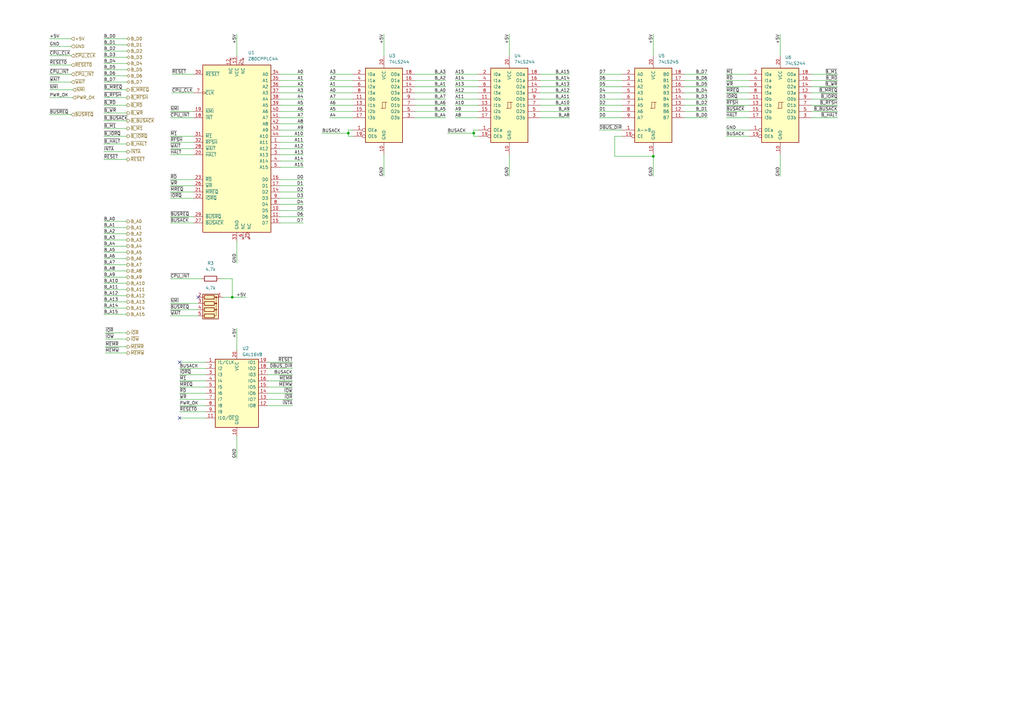
<source format=kicad_sch>
(kicad_sch (version 20230121) (generator eeschema)
  (paper "A3")
  (title_block (title "SZC-1 board with Expansion Bus C V2") (date "2024-03-15") (rev "2.1"))
  (lib_symbols
    (symbol "74xx:74LS244" (pin_names (offset 1.016))
      (property "Reference" "U" (at -7.62 16.51 0))
      (property "Value" "74LS244" (at -7.62 -16.51 0))
      (symbol "74LS244_1_0"
        (polyline (pts (xy -0.635 -1.27) (xy -0.635 1.27) (xy 0.635 1.27)))
        (polyline (pts (xy -1.27 -1.27) (xy 0.635 -1.27) (xy 0.635 1.27) (xy 1.27 1.27)))
        (pin input inverted (at -12.7 -10.16 0) (length 5.08) (name "OEa") (number "1"))
        (pin power_in line (at 0 -20.32 90) (length 5.08) (name "GND") (number "10"))
        (pin input line (at -12.7 2.54 0) (length 5.08) (name "I0b") (number "11"))
        (pin tri_state line (at 12.7 5.08 180) (length 5.08) (name "O3a") (number "12"))
        (pin input line (at -12.7 0 0) (length 5.08) (name "I1b") (number "13"))
        (pin tri_state line (at 12.7 7.62 180) (length 5.08) (name "O2a") (number "14"))
        (pin input line (at -12.7 -2.54 0) (length 5.08) (name "I2b") (number "15"))
        (pin tri_state line (at 12.7 10.16 180) (length 5.08) (name "O1a") (number "16"))
        (pin input line (at -12.7 -5.08 0) (length 5.08) (name "I3b") (number "17"))
        (pin tri_state line (at 12.7 12.7 180) (length 5.08) (name "O0a") (number "18"))
        (pin input inverted (at -12.7 -12.7 0) (length 5.08) (name "OEb") (number "19"))
        (pin input line (at -12.7 12.7 0) (length 5.08) (name "I0a") (number "2"))
        (pin power_in line (at 0 20.32 270) (length 5.08) (name "VCC") (number "20"))
        (pin tri_state line (at 12.7 -5.08 180) (length 5.08) (name "O3b") (number "3"))
        (pin input line (at -12.7 10.16 0) (length 5.08) (name "I1a") (number "4"))
        (pin tri_state line (at 12.7 -2.54 180) (length 5.08) (name "O2b") (number "5"))
        (pin input line (at -12.7 7.62 0) (length 5.08) (name "I2a") (number "6"))
        (pin tri_state line (at 12.7 0 180) (length 5.08) (name "O1b") (number "7"))
        (pin input line (at -12.7 5.08 0) (length 5.08) (name "I3a") (number "8"))
        (pin tri_state line (at 12.7 2.54 180) (length 5.08) (name "O0b") (number "9"))
      )
      (symbol "74LS244_1_1"
        (rectangle (start -7.62 15.24) (end 7.62 -15.24) (stroke (width 0.254)) (fill (type background)))
      )
    )
    (symbol "74xx:74LS245" (pin_names (offset 1.016))
      (property "Reference" "U" (at -7.62 16.51 0))
      (property "Value" "74LS245" (at -7.62 -16.51 0))
      (symbol "74LS245_1_0"
        (polyline (pts (xy -0.635 -1.27) (xy -0.635 1.27) (xy 0.635 1.27)))
        (polyline (pts (xy -1.27 -1.27) (xy 0.635 -1.27) (xy 0.635 1.27) (xy 1.27 1.27)))
        (pin input line (at -12.7 -10.16 0) (length 5.08) (name "A->B") (number "1"))
        (pin power_in line (at 0 -20.32 90) (length 5.08) (name "GND") (number "10"))
        (pin tri_state line (at 12.7 -5.08 180) (length 5.08) (name "B7") (number "11"))
        (pin tri_state line (at 12.7 -2.54 180) (length 5.08) (name "B6") (number "12"))
        (pin tri_state line (at 12.7 0 180) (length 5.08) (name "B5") (number "13"))
        (pin tri_state line (at 12.7 2.54 180) (length 5.08) (name "B4") (number "14"))
        (pin tri_state line (at 12.7 5.08 180) (length 5.08) (name "B3") (number "15"))
        (pin tri_state line (at 12.7 7.62 180) (length 5.08) (name "B2") (number "16"))
        (pin tri_state line (at 12.7 10.16 180) (length 5.08) (name "B1") (number "17"))
        (pin tri_state line (at 12.7 12.7 180) (length 5.08) (name "B0") (number "18"))
        (pin input inverted (at -12.7 -12.7 0) (length 5.08) (name "CE") (number "19"))
        (pin tri_state line (at -12.7 12.7 0) (length 5.08) (name "A0") (number "2"))
        (pin power_in line (at 0 20.32 270) (length 5.08) (name "VCC") (number "20"))
        (pin tri_state line (at -12.7 10.16 0) (length 5.08) (name "A1") (number "3"))
        (pin tri_state line (at -12.7 7.62 0) (length 5.08) (name "A2") (number "4"))
        (pin tri_state line (at -12.7 5.08 0) (length 5.08) (name "A3") (number "5"))
        (pin tri_state line (at -12.7 2.54 0) (length 5.08) (name "A4") (number "6"))
        (pin tri_state line (at -12.7 0 0) (length 5.08) (name "A5") (number "7"))
        (pin tri_state line (at -12.7 -2.54 0) (length 5.08) (name "A6") (number "8"))
        (pin tri_state line (at -12.7 -5.08 0) (length 5.08) (name "A7") (number "9"))
      )
      (symbol "74LS245_1_1"
        (rectangle (start -7.62 15.24) (end 7.62 -15.24) (stroke (width 0.254)) (fill (type background)))
      )
    )
    (symbol "Device:R" (pin_numbers hide) (pin_names (offset 0))
      (property "Reference" "R" (at 2.032 0 90))
      (property "Value" "R" (at 0 0 90))
      (symbol "R_0_1"
        (rectangle (start -1.016 -2.54) (end 1.016 2.54) (stroke (width 0.254)))
      )
      (symbol "R_1_1"
        (pin passive line (at 0 3.81 270) (length 1.27) (name "~") (number "1"))
        (pin passive line (at 0 -3.81 90) (length 1.27) (name "~") (number "2"))
      )
    )
    (symbol "Device:R_Network04" (pin_names (offset 0) hide)
      (property "Reference" "RN" (at -7.62 0 90))
      (property "Value" "R_Network04" (at 5.08 0 90))
      (symbol "R_Network04_0_1"
        (rectangle (start -6.35 -3.175) (end 3.81 3.175) (stroke (width 0.254)) (fill (type background)))
        (rectangle (start -5.842 1.524) (end -4.318 -2.54) (stroke (width 0.254)))
        (circle (center -5.08 2.286) (radius 0.254) (fill (type outline)))
        (rectangle (start -3.302 1.524) (end -1.778 -2.54) (stroke (width 0.254)))
        (circle (center -2.54 2.286) (radius 0.254) (fill (type outline)))
        (rectangle (start -0.762 1.524) (end 0.762 -2.54) (stroke (width 0.254)))
        (polyline (pts (xy -5.08 -2.54) (xy -5.08 -3.81)))
        (polyline (pts (xy -2.54 -2.54) (xy -2.54 -3.81)))
        (polyline (pts (xy 0 -2.54) (xy 0 -3.81)))
        (polyline (pts (xy 2.54 -2.54) (xy 2.54 -3.81)))
        (polyline (pts (xy -5.08 1.524) (xy -5.08 2.286) (xy -2.54 2.286) (xy -2.54 1.524)))
        (polyline (pts (xy -2.54 1.524) (xy -2.54 2.286) (xy 0 2.286) (xy 0 1.524)))
        (polyline (pts (xy 0 1.524) (xy 0 2.286) (xy 2.54 2.286) (xy 2.54 1.524)))
        (circle (center 0 2.286) (radius 0.254) (fill (type outline)))
        (rectangle (start 1.778 1.524) (end 3.302 -2.54) (stroke (width 0.254)))
      )
      (symbol "R_Network04_1_1"
        (pin passive line (at -5.08 5.08 270) (length 2.54) (name "common") (number "1"))
        (pin passive line (at -5.08 -5.08 90) (length 1.27) (name "R1") (number "2"))
        (pin passive line (at -2.54 -5.08 90) (length 1.27) (name "R2") (number "3"))
        (pin passive line (at 0 -5.08 90) (length 1.27) (name "R3") (number "4"))
        (pin passive line (at 2.54 -5.08 90) (length 1.27) (name "R4") (number "5"))
      )
    )
    (symbol "Logic_Programmable:GAL16V8" (pin_names (offset 1.016))
      (property "Reference" "U" (at -8.89 16.51 0))
      (property "Value" "GAL16V8" (at 1.27 16.51 0))
      (symbol "GAL16V8_0_0"
        (pin power_in line (at 0 -17.78 90) (length 3.81) (name "GND") (number "10"))
        (pin power_in line (at 0 17.78 270) (length 3.81) (name "VCC") (number "20"))
      )
      (symbol "GAL16V8_0_1"
        (rectangle (start -8.89 13.97) (end 8.89 -13.97) (stroke (width 0.254)) (fill (type background)))
      )
      (symbol "GAL16V8_1_1"
        (pin input line (at -12.7 12.7 0) (length 3.81) (name "I1/CLK") (number "1"))
        (pin input line (at -12.7 -10.16 0) (length 3.81) (name "I10/~{OE}") (number "11"))
        (pin tri_state line (at 12.7 -5.08 180) (length 3.81) (name "IO8") (number "12"))
        (pin tri_state line (at 12.7 -2.54 180) (length 3.81) (name "IO7") (number "13"))
        (pin tri_state line (at 12.7 0 180) (length 3.81) (name "IO6") (number "14"))
        (pin tri_state line (at 12.7 2.54 180) (length 3.81) (name "IO5") (number "15"))
        (pin tri_state line (at 12.7 5.08 180) (length 3.81) (name "IO4") (number "16"))
        (pin tri_state line (at 12.7 7.62 180) (length 3.81) (name "I03") (number "17"))
        (pin tri_state line (at 12.7 10.16 180) (length 3.81) (name "IO2") (number "18"))
        (pin tri_state line (at 12.7 12.7 180) (length 3.81) (name "IO1") (number "19"))
        (pin input line (at -12.7 10.16 0) (length 3.81) (name "I2") (number "2"))
        (pin input line (at -12.7 7.62 0) (length 3.81) (name "I3") (number "3"))
        (pin input line (at -12.7 5.08 0) (length 3.81) (name "I4") (number "4"))
        (pin input line (at -12.7 2.54 0) (length 3.81) (name "I5") (number "5"))
        (pin input line (at -12.7 0 0) (length 3.81) (name "I6") (number "6"))
        (pin input line (at -12.7 -2.54 0) (length 3.81) (name "I7") (number "7"))
        (pin input line (at -12.7 -5.08 0) (length 3.81) (name "I8") (number "8"))
        (pin input line (at -12.7 -7.62 0) (length 3.81) (name "I9") (number "9"))
      )
    )
    (symbol "ownlib:Z80CPU_PLC44" (pin_names (offset 1.016))
      (property "Reference" "U" (at -13.97 35.56 0))
      (property "Value" "Z80CPU_PLC44" (at 6.35 35.56 0))
      (symbol "Z80CPU_PLC44_0_0"
        (pin no_connect line (at -2.54 36.83 270) (length 2.54) (name "NC") (number "12"))
        (pin no_connect line (at 2.54 36.83 270) (length 2.54) (name "NC") (number "24"))
        (pin no_connect line (at 5.08 -36.83 90) (length 2.54) (name "NC") (number "25"))
        (pin no_connect line (at 2.54 -36.83 90) (length 2.54) (name "NC") (number "6"))
      )
      (symbol "Z80CPU_PLC44_0_1"
        (rectangle (start -13.97 34.29) (end 13.97 -34.29) (stroke (width 0.254)) (fill (type background)))
      )
      (symbol "Z80CPU_PLC44_1_1"
        (pin output line (at 17.78 2.54 180) (length 3.81) (name "A11") (number "1"))
        (pin bidirectional line (at 17.78 -25.4 180) (length 3.81) (name "D5") (number "10"))
        (pin bidirectional line (at 17.78 -27.94 180) (length 3.81) (name "D6") (number "11"))
        (pin power_in line (at 0 38.1 270) (length 3.81) (name "VCC") (number "13"))
        (pin bidirectional line (at 17.78 -17.78 180) (length 3.81) (name "D2") (number "14"))
        (pin bidirectional line (at 17.78 -30.48 180) (length 3.81) (name "D7") (number "15"))
        (pin bidirectional line (at 17.78 -12.7 180) (length 3.81) (name "D0") (number "16"))
        (pin bidirectional line (at 17.78 -15.24 180) (length 3.81) (name "D1") (number "17"))
        (pin input line (at -17.78 12.7 0) (length 3.81) (name "~{INT}") (number "18"))
        (pin input line (at -17.78 15.24 0) (length 3.81) (name "~{NMI}") (number "19"))
        (pin output line (at 17.78 0 180) (length 3.81) (name "A12") (number "2"))
        (pin output line (at -17.78 -2.54 0) (length 3.81) (name "~{HALT}") (number "20"))
        (pin output line (at -17.78 -17.78 0) (length 3.81) (name "~{MREQ}") (number "21"))
        (pin output line (at -17.78 -20.32 0) (length 3.81) (name "~{IORQ}") (number "22"))
        (pin output line (at -17.78 -12.7 0) (length 3.81) (name "~{RD}") (number "23"))
        (pin output line (at -17.78 -15.24 0) (length 3.81) (name "~{WR}") (number "26"))
        (pin output line (at -17.78 -30.48 0) (length 3.81) (name "~{BUSACK}") (number "27"))
        (pin input line (at -17.78 0 0) (length 3.81) (name "~{WAIT}") (number "28"))
        (pin input line (at -17.78 -27.94 0) (length 3.81) (name "~{BUSRQ}") (number "29"))
        (pin output line (at 17.78 -2.54 180) (length 3.81) (name "A13") (number "3"))
        (pin input line (at -17.78 30.48 0) (length 3.81) (name "~{RESET}") (number "30"))
        (pin output line (at -17.78 5.08 0) (length 3.81) (name "~{M1}") (number "31"))
        (pin output line (at -17.78 2.54 0) (length 3.81) (name "~{RFSH}") (number "32"))
        (pin power_in line (at 0 -38.1 90) (length 3.81) (name "GND") (number "33"))
        (pin output line (at 17.78 30.48 180) (length 3.81) (name "A0") (number "34"))
        (pin output line (at 17.78 27.94 180) (length 3.81) (name "A1") (number "35"))
        (pin output line (at 17.78 25.4 180) (length 3.81) (name "A2") (number "36"))
        (pin output line (at 17.78 22.86 180) (length 3.81) (name "A3") (number "37"))
        (pin output line (at 17.78 20.32 180) (length 3.81) (name "A4") (number "38"))
        (pin output line (at 17.78 17.78 180) (length 3.81) (name "A5") (number "39"))
        (pin output line (at 17.78 -5.08 180) (length 3.81) (name "A14") (number "4"))
        (pin output line (at 17.78 15.24 180) (length 3.81) (name "A6") (number "40"))
        (pin output line (at 17.78 12.7 180) (length 3.81) (name "A7") (number "41"))
        (pin output line (at 17.78 10.16 180) (length 3.81) (name "A8") (number "42"))
        (pin output line (at 17.78 7.62 180) (length 3.81) (name "A9") (number "43"))
        (pin output line (at 17.78 5.08 180) (length 3.81) (name "A10") (number "44"))
        (pin output line (at 17.78 -7.62 180) (length 3.81) (name "A15") (number "5"))
        (pin input clock (at -17.78 22.86 0) (length 3.81) (name "~{CLK}") (number "7"))
        (pin bidirectional line (at 17.78 -22.86 180) (length 3.81) (name "D4") (number "8"))
        (pin bidirectional line (at 17.78 -20.32 180) (length 3.81) (name "D3") (number "9"))
      )
    )
  )
  (junction (at 267.97 64.135))
  (junction (at 194.31 54.61))
  (junction (at 142.875 54.61))
  (junction (at 95.25 121.92))
  (no_connect (at 73.66 148.59))
  (no_connect (at 81.28 121.92))
  (no_connect (at 73.66 171.45))
  (wire (pts (xy 297.815 33.02) (xy 307.34 33.02)))
  (wire (pts (xy 157.48 13.97) (xy 157.48 22.86)))
  (wire (pts (xy 52.07 15.875) (xy 42.545 15.875)))
  (wire (pts (xy 144.78 55.88) (xy 142.875 55.88)))
  (wire (pts (xy 52.07 20.955) (xy 42.545 20.955)))
  (wire (pts (xy 144.78 33.02) (xy 135.255 33.02)))
  (wire (pts (xy 114.935 40.64) (xy 124.46 40.64)))
  (wire (pts (xy 114.935 68.58) (xy 124.46 68.58)))
  (wire (pts (xy 142.875 53.34) (xy 142.875 54.61)))
  (wire (pts (xy 52.07 98.425) (xy 42.545 98.425)))
  (wire (pts (xy 69.85 55.88) (xy 79.375 55.88)))
  (wire (pts (xy 29.21 46.99) (xy 20.32 46.99)))
  (wire (pts (xy 73.66 158.75) (xy 84.455 158.75)))
  (wire (pts (xy 280.67 35.56) (xy 290.195 35.56)))
  (wire (pts (xy 196.215 45.72) (xy 186.69 45.72)))
  (wire (pts (xy 100.965 121.92) (xy 95.25 121.92)))
  (wire (pts (xy 343.535 48.26) (xy 332.74 48.26)))
  (wire (pts (xy 114.935 88.9) (xy 124.46 88.9)))
  (wire (pts (xy 297.815 38.1) (xy 307.34 38.1)))
  (wire (pts (xy 255.27 45.72) (xy 245.745 45.72)))
  (wire (pts (xy 52.07 18.415) (xy 42.545 18.415)))
  (wire (pts (xy 97.155 107.95) (xy 97.155 99.06)))
  (wire (pts (xy 255.27 43.18) (xy 245.745 43.18)))
  (wire (pts (xy 114.935 33.02) (xy 124.46 33.02)))
  (wire (pts (xy 52.07 106.045) (xy 42.545 106.045)))
  (wire (pts (xy 109.855 161.29) (xy 120.015 161.29)))
  (wire (pts (xy 144.78 30.48) (xy 135.255 30.48)))
  (wire (pts (xy 42.545 59.055) (xy 52.07 59.055)))
  (wire (pts (xy 20.32 36.83) (xy 29.845 36.83)))
  (wire (pts (xy 42.545 49.53) (xy 52.07 49.53)))
  (wire (pts (xy 114.935 43.18) (xy 124.46 43.18)))
  (wire (pts (xy 69.85 91.44) (xy 79.375 91.44)))
  (wire (pts (xy 343.535 45.72) (xy 332.74 45.72)))
  (wire (pts (xy 52.07 108.585) (xy 42.545 108.585)))
  (wire (pts (xy 114.935 53.34) (xy 124.46 53.34)))
  (wire (pts (xy 43.18 139.065) (xy 52.07 139.065)))
  (wire (pts (xy 183.515 54.61) (xy 194.31 54.61)))
  (wire (pts (xy 114.935 86.36) (xy 124.46 86.36)))
  (wire (pts (xy 233.68 35.56) (xy 221.615 35.56)))
  (wire (pts (xy 233.68 33.02) (xy 221.615 33.02)))
  (wire (pts (xy 255.27 30.48) (xy 245.745 30.48)))
  (wire (pts (xy 114.935 48.26) (xy 124.46 48.26)))
  (wire (pts (xy 196.215 55.88) (xy 194.31 55.88)))
  (wire (pts (xy 252.095 55.88) (xy 255.27 55.88)))
  (wire (pts (xy 182.88 33.02) (xy 170.18 33.02)))
  (wire (pts (xy 52.07 31.115) (xy 42.545 31.115)))
  (wire (pts (xy 114.935 38.1) (xy 124.46 38.1)))
  (wire (pts (xy 114.935 63.5) (xy 124.46 63.5)))
  (wire (pts (xy 52.07 93.345) (xy 42.545 93.345)))
  (wire (pts (xy 320.04 72.39) (xy 320.04 63.5)))
  (wire (pts (xy 20.32 26.67) (xy 29.21 26.67)))
  (wire (pts (xy 69.85 81.28) (xy 79.375 81.28)))
  (wire (pts (xy 43.18 136.525) (xy 52.07 136.525)))
  (wire (pts (xy 70.485 30.48) (xy 79.375 30.48)))
  (wire (pts (xy 114.935 30.48) (xy 124.46 30.48)))
  (wire (pts (xy 196.215 40.64) (xy 186.69 40.64)))
  (wire (pts (xy 297.815 53.34) (xy 307.34 53.34)))
  (wire (pts (xy 233.68 38.1) (xy 221.615 38.1)))
  (wire (pts (xy 52.07 33.655) (xy 42.545 33.655)))
  (wire (pts (xy 29.21 30.48) (xy 20.32 30.48)))
  (wire (pts (xy 233.68 30.48) (xy 221.615 30.48)))
  (wire (pts (xy 280.67 40.64) (xy 290.195 40.64)))
  (wire (pts (xy 182.88 48.26) (xy 170.18 48.26)))
  (wire (pts (xy 114.935 73.66) (xy 124.46 73.66)))
  (wire (pts (xy 182.88 38.1) (xy 170.18 38.1)))
  (wire (pts (xy 73.66 156.21) (xy 84.455 156.21)))
  (wire (pts (xy 157.48 72.39) (xy 157.48 63.5)))
  (wire (pts (xy 52.07 90.805) (xy 42.545 90.805)))
  (wire (pts (xy 233.68 40.64) (xy 221.615 40.64)))
  (wire (pts (xy 343.535 30.48) (xy 332.74 30.48)))
  (wire (pts (xy 114.935 83.82) (xy 124.46 83.82)))
  (wire (pts (xy 267.97 13.97) (xy 267.97 22.86)))
  (wire (pts (xy 114.935 60.96) (xy 124.46 60.96)))
  (wire (pts (xy 182.88 45.72) (xy 170.18 45.72)))
  (wire (pts (xy 255.27 38.1) (xy 245.745 38.1)))
  (wire (pts (xy 52.07 95.885) (xy 42.545 95.885)))
  (wire (pts (xy 280.67 30.48) (xy 290.195 30.48)))
  (wire (pts (xy 73.66 148.59) (xy 84.455 148.59)))
  (wire (pts (xy 196.215 43.18) (xy 186.69 43.18)))
  (wire (pts (xy 343.535 40.64) (xy 332.74 40.64)))
  (wire (pts (xy 343.535 38.1) (xy 332.74 38.1)))
  (wire (pts (xy 114.935 78.74) (xy 124.46 78.74)))
  (wire (pts (xy 52.07 23.495) (xy 42.545 23.495)))
  (wire (pts (xy 69.85 124.46) (xy 81.28 124.46)))
  (wire (pts (xy 297.815 43.18) (xy 307.34 43.18)))
  (wire (pts (xy 69.85 114.3) (xy 82.55 114.3)))
  (wire (pts (xy 255.27 33.02) (xy 245.745 33.02)))
  (wire (pts (xy 196.215 53.34) (xy 194.31 53.34)))
  (wire (pts (xy 233.68 48.26) (xy 221.615 48.26)))
  (wire (pts (xy 52.07 103.505) (xy 42.545 103.505)))
  (wire (pts (xy 52.07 100.965) (xy 42.545 100.965)))
  (wire (pts (xy 109.855 166.37) (xy 120.015 166.37)))
  (wire (pts (xy 255.27 48.26) (xy 245.745 48.26)))
  (wire (pts (xy 69.85 88.9) (xy 79.375 88.9)))
  (wire (pts (xy 194.31 55.88) (xy 194.31 54.61)))
  (wire (pts (xy 114.935 91.44) (xy 124.46 91.44)))
  (wire (pts (xy 144.78 53.34) (xy 142.875 53.34)))
  (wire (pts (xy 52.07 116.205) (xy 42.545 116.205)))
  (wire (pts (xy 97.155 187.96) (xy 97.155 179.07)))
  (wire (pts (xy 95.25 121.92) (xy 95.25 114.3)))
  (wire (pts (xy 95.25 121.92) (xy 91.44 121.92)))
  (wire (pts (xy 233.68 43.18) (xy 221.615 43.18)))
  (wire (pts (xy 182.88 30.48) (xy 170.18 30.48)))
  (wire (pts (xy 142.875 55.88) (xy 142.875 54.61)))
  (wire (pts (xy 196.215 38.1) (xy 186.69 38.1)))
  (wire (pts (xy 144.78 45.72) (xy 135.255 45.72)))
  (wire (pts (xy 69.85 129.54) (xy 81.28 129.54)))
  (wire (pts (xy 84.455 166.37) (xy 73.66 166.37)))
  (wire (pts (xy 73.66 171.45) (xy 84.455 171.45)))
  (wire (pts (xy 43.18 144.78) (xy 52.07 144.78)))
  (wire (pts (xy 255.27 53.34) (xy 245.745 53.34)))
  (wire (pts (xy 208.915 72.39) (xy 208.915 63.5)))
  (wire (pts (xy 196.215 35.56) (xy 186.69 35.56)))
  (wire (pts (xy 29.21 33.655) (xy 20.32 33.655)))
  (wire (pts (xy 42.545 43.18) (xy 52.07 43.18)))
  (wire (pts (xy 42.545 52.705) (xy 52.07 52.705)))
  (wire (pts (xy 52.07 128.905) (xy 42.545 128.905)))
  (wire (pts (xy 52.07 126.365) (xy 42.545 126.365)))
  (wire (pts (xy 114.935 58.42) (xy 124.46 58.42)))
  (wire (pts (xy 52.07 113.665) (xy 42.545 113.665)))
  (wire (pts (xy 297.815 35.56) (xy 307.34 35.56)))
  (wire (pts (xy 69.85 45.72) (xy 79.375 45.72)))
  (wire (pts (xy 196.215 30.48) (xy 186.69 30.48)))
  (wire (pts (xy 84.455 168.91) (xy 73.66 168.91)))
  (wire (pts (xy 73.66 151.13) (xy 84.455 151.13)))
  (wire (pts (xy 114.935 45.72) (xy 124.46 45.72)))
  (wire (pts (xy 280.67 38.1) (xy 290.195 38.1)))
  (wire (pts (xy 267.97 64.135) (xy 267.97 63.5)))
  (wire (pts (xy 43.18 142.24) (xy 52.07 142.24)))
  (wire (pts (xy 114.935 35.56) (xy 124.46 35.56)))
  (wire (pts (xy 297.815 55.88) (xy 307.34 55.88)))
  (wire (pts (xy 280.67 43.18) (xy 290.195 43.18)))
  (wire (pts (xy 97.155 134.62) (xy 97.155 143.51)))
  (wire (pts (xy 255.27 40.64) (xy 245.745 40.64)))
  (wire (pts (xy 52.07 28.575) (xy 42.545 28.575)))
  (wire (pts (xy 52.07 26.035) (xy 42.545 26.035)))
  (wire (pts (xy 97.155 13.97) (xy 97.155 22.86)))
  (wire (pts (xy 208.915 13.97) (xy 208.915 22.86)))
  (wire (pts (xy 194.31 53.34) (xy 194.31 54.61)))
  (wire (pts (xy 109.855 163.83) (xy 120.015 163.83)))
  (wire (pts (xy 144.78 38.1) (xy 135.255 38.1)))
  (wire (pts (xy 52.07 123.825) (xy 42.545 123.825)))
  (wire (pts (xy 233.68 45.72) (xy 221.615 45.72)))
  (wire (pts (xy 267.97 64.135) (xy 252.095 64.135)))
  (wire (pts (xy 109.855 156.21) (xy 120.015 156.21)))
  (wire (pts (xy 95.25 114.3) (xy 90.17 114.3)))
  (wire (pts (xy 196.215 33.02) (xy 186.69 33.02)))
  (wire (pts (xy 297.815 40.64) (xy 307.34 40.64)))
  (wire (pts (xy 114.935 76.2) (xy 124.46 76.2)))
  (wire (pts (xy 69.85 78.74) (xy 79.375 78.74)))
  (wire (pts (xy 280.67 45.72) (xy 290.195 45.72)))
  (wire (pts (xy 280.67 33.02) (xy 290.195 33.02)))
  (wire (pts (xy 144.78 43.18) (xy 135.255 43.18)))
  (wire (pts (xy 182.88 40.64) (xy 170.18 40.64)))
  (wire (pts (xy 69.85 76.2) (xy 79.375 76.2)))
  (wire (pts (xy 280.67 48.26) (xy 290.195 48.26)))
  (wire (pts (xy 144.78 35.56) (xy 135.255 35.56)))
  (wire (pts (xy 52.07 111.125) (xy 42.545 111.125)))
  (wire (pts (xy 70.485 38.1) (xy 79.375 38.1)))
  (wire (pts (xy 297.815 45.72) (xy 307.34 45.72)))
  (wire (pts (xy 69.85 127) (xy 81.28 127)))
  (wire (pts (xy 182.88 35.56) (xy 170.18 35.56)))
  (wire (pts (xy 69.85 58.42) (xy 79.375 58.42)))
  (wire (pts (xy 20.32 15.875) (xy 29.21 15.875)))
  (wire (pts (xy 255.27 35.56) (xy 245.745 35.56)))
  (wire (pts (xy 144.78 48.26) (xy 135.255 48.26)))
  (wire (pts (xy 267.97 72.39) (xy 267.97 64.135)))
  (wire (pts (xy 52.07 62.23) (xy 42.545 62.23)))
  (wire (pts (xy 297.815 30.48) (xy 307.34 30.48)))
  (wire (pts (xy 114.935 50.8) (xy 124.46 50.8)))
  (wire (pts (xy 42.545 55.88) (xy 52.07 55.88)))
  (wire (pts (xy 52.07 121.285) (xy 42.545 121.285)))
  (wire (pts (xy 69.85 60.96) (xy 79.375 60.96)))
  (wire (pts (xy 42.545 36.83) (xy 52.07 36.83)))
  (wire (pts (xy 52.07 118.745) (xy 42.545 118.745)))
  (wire (pts (xy 42.545 40.005) (xy 52.07 40.005)))
  (wire (pts (xy 114.935 55.88) (xy 124.46 55.88)))
  (wire (pts (xy 132.08 54.61) (xy 142.875 54.61)))
  (wire (pts (xy 144.78 40.64) (xy 135.255 40.64)))
  (wire (pts (xy 114.935 81.28) (xy 124.46 81.28)))
  (wire (pts (xy 252.095 64.135) (xy 252.095 55.88)))
  (wire (pts (xy 343.535 33.02) (xy 332.74 33.02)))
  (wire (pts (xy 20.32 22.86) (xy 29.21 22.86)))
  (wire (pts (xy 343.535 43.18) (xy 332.74 43.18)))
  (wire (pts (xy 109.855 158.75) (xy 120.015 158.75)))
  (wire (pts (xy 69.85 63.5) (xy 79.375 63.5)))
  (wire (pts (xy 69.85 73.66) (xy 79.375 73.66)))
  (wire (pts (xy 79.375 48.26) (xy 69.85 48.26)))
  (wire (pts (xy 52.07 65.405) (xy 42.545 65.405)))
  (wire (pts (xy 320.04 13.97) (xy 320.04 22.86)))
  (wire (pts (xy 73.66 163.83) (xy 84.455 163.83)))
  (wire (pts (xy 297.815 48.26) (xy 307.34 48.26)))
  (wire (pts (xy 109.855 151.13) (xy 120.015 151.13)))
  (wire (pts (xy 109.855 148.59) (xy 120.015 148.59)))
  (wire (pts (xy 196.215 48.26) (xy 186.69 48.26)))
  (wire (pts (xy 73.66 161.29) (xy 84.455 161.29)))
  (wire (pts (xy 182.88 43.18) (xy 170.18 43.18)))
  (wire (pts (xy 29.845 40.005) (xy 20.32 40.005)))
  (wire (pts (xy 20.32 19.05) (xy 29.21 19.05)))
  (wire (pts (xy 343.535 35.56) (xy 332.74 35.56)))
  (wire (pts (xy 42.545 46.355) (xy 52.07 46.355)))
  (wire (pts (xy 109.855 153.67) (xy 120.015 153.67)))
  (wire (pts (xy 114.935 66.04) (xy 124.46 66.04)))
  (wire (pts (xy 73.66 153.67) (xy 84.455 153.67)))
  (label "B_D4" (at 42.545 26.035 0))
  (label "~{IOW}" (at 43.18 139.065 0))
  (label "B_D3" (at 42.545 23.495 0))
  (label "~{INTA}" (at 42.545 62.23 0))
  (label "A7" (at 135.255 40.64 0))
  (label "A5" (at 124.46 43.18 180))
  (label "~{M1}" (at 73.66 156.21 0))
  (label "A3" (at 124.46 38.1 180))
  (label "+5V" (at 267.97 13.97 270))
  (label "D1" (at 245.745 45.72 0))
  (label "D7" (at 245.745 30.48 0))
  (label "GND" (at 157.48 72.39 90))
  (label "GND" (at 208.915 72.39 90))
  (label "D4" (at 124.46 83.82 180))
  (label "B_A5" (at 182.88 45.72 180))
  (label "A11" (at 124.46 58.42 180))
  (label "B_A4" (at 182.88 48.26 180))
  (label "PWR_OK" (at 73.66 166.37 0))
  (label "~{MREQ}" (at 69.85 78.74 0))
  (label "B_A13" (at 42.545 123.825 0))
  (label "BUSACK" (at 120.015 153.67 180))
  (label "A9" (at 124.46 53.34 180))
  (label "A4" (at 124.46 40.64 180))
  (label "B_A11" (at 233.68 40.64 180))
  (label "~{B_WR}" (at 343.535 35.56 180))
  (label "A6" (at 135.255 43.18 0))
  (label "B_A14" (at 42.545 126.365 0))
  (label "B_D6" (at 290.195 33.02 180))
  (label "+5V" (at 208.915 13.97 270))
  (label "GND" (at 320.04 72.39 90))
  (label "A14" (at 186.69 33.02 0))
  (label "~{IOW}" (at 120.015 161.29 180))
  (label "B_A3" (at 42.545 98.425 0))
  (label "A10" (at 186.69 43.18 0))
  (label "A3" (at 135.255 30.48 0))
  (label "D1" (at 124.46 76.2 180))
  (label "~{B_MREQ}" (at 343.535 38.1 180))
  (label "B_A0" (at 42.545 90.805 0))
  (label "A15" (at 186.69 30.48 0))
  (label "~{CPU_INT}" (at 69.85 48.26 0))
  (label "~{RFSH}" (at 69.85 58.42 0))
  (label "~{HALT}" (at 69.85 63.5 0))
  (label "~{MREQ}" (at 297.815 38.1 0))
  (label "D7" (at 124.46 91.44 180))
  (label "~{RD}" (at 297.815 33.02 0))
  (label "+5V" (at 97.155 13.97 270))
  (label "A15" (at 124.46 68.58 180))
  (label "~{CPU_INT}" (at 69.85 114.3 0))
  (label "~{MEMW}" (at 43.18 144.78 0))
  (label "A10" (at 124.46 55.88 180))
  (label "A9" (at 186.69 45.72 0))
  (label "B_A2" (at 182.88 33.02 180))
  (label "D0" (at 245.745 48.26 0))
  (label "B_A7" (at 182.88 40.64 180))
  (label "~{BUSACK}" (at 69.85 91.44 0))
  (label "~{BUSACK}" (at 297.815 45.72 0))
  (label "~{INTA}" (at 120.015 166.37 180))
  (label "~{B_MREQ}" (at 42.545 36.83 0))
  (label "~{RESET}" (at 42.545 65.405 0))
  (label "B_D7" (at 42.545 33.655 0))
  (label "~{WR}" (at 73.66 163.83 0))
  (label "~{NMI}" (at 20.32 36.83 0))
  (label "~{BUSREQ}" (at 69.85 88.9 0))
  (label "B_A8" (at 233.68 48.26 180))
  (label "A1" (at 135.255 35.56 0))
  (label "D5" (at 124.46 86.36 180))
  (label "D5" (at 245.745 35.56 0))
  (label "~{MEMW}" (at 120.015 158.75 180))
  (label "GND" (at 267.97 72.39 90))
  (label "+5V" (at 320.04 13.97 270))
  (label "~{IORQ}" (at 73.66 153.67 0))
  (label "A0" (at 135.255 38.1 0))
  (label "~{IOR}" (at 43.18 136.525 0))
  (label "D2" (at 124.46 78.74 180))
  (label "B_D1" (at 290.195 45.72 180))
  (label "GND" (at 20.32 19.05 0))
  (label "B_A13" (at 233.68 35.56 180))
  (label "~{RD}" (at 69.85 73.66 0))
  (label "A11" (at 186.69 40.64 0))
  (label "A14" (at 124.46 66.04 180))
  (label "~{IORQ}" (at 297.815 40.64 0))
  (label "~{MREQ}" (at 73.66 158.75 0))
  (label "B_A7" (at 42.545 108.585 0))
  (label "B_D2" (at 42.545 20.955 0))
  (label "B_D1" (at 42.545 18.415 0))
  (label "B_A0" (at 182.88 38.1 180))
  (label "~{IORQ}" (at 69.85 81.28 0))
  (label "~{B_HALT}" (at 343.535 48.26 180))
  (label "~{M1}" (at 297.815 30.48 0))
  (label "D2" (at 245.745 43.18 0))
  (label "BUSACK" (at 297.815 55.88 0))
  (label "B_D0" (at 42.545 15.875 0))
  (label "A5" (at 135.255 45.72 0))
  (label "~{BUSREQ}" (at 20.32 46.99 0))
  (label "+5V" (at 157.48 13.97 270))
  (label "~{RESET}" (at 70.485 30.48 0))
  (label "~{B_IORQ}" (at 343.535 40.64 180))
  (label "~{RFSH}" (at 297.815 43.18 0))
  (label "B_A15" (at 233.68 30.48 180))
  (label "B_A1" (at 182.88 35.56 180))
  (label "BUSACK" (at 73.66 151.13 0))
  (label "B_D3" (at 290.195 40.64 180))
  (label "B_A8" (at 42.545 111.125 0))
  (label "D3" (at 245.745 40.64 0))
  (label "B_D5" (at 42.545 28.575 0))
  (label "~{RESET0}" (at 20.32 26.67 0))
  (label "A2" (at 124.46 35.56 180))
  (label "B_A6" (at 42.545 106.045 0))
  (label "~{B_BUSACK}" (at 42.545 49.53 0))
  (label "~{B_M1}" (at 42.545 52.705 0))
  (label "B_A4" (at 42.545 100.965 0))
  (label "B_D4" (at 290.195 38.1 180))
  (label "~{B_WR}" (at 42.545 46.355 0))
  (label "A0" (at 124.46 30.48 180))
  (label "B_A6" (at 182.88 43.18 180))
  (label "+5V" (at 97.155 134.62 270))
  (label "~{WAIT}" (at 69.85 129.54 0))
  (label "B_A1" (at 42.545 93.345 0))
  (label "B_A15" (at 42.545 128.905 0))
  (label "A13" (at 186.69 35.56 0))
  (label "~{HALT}" (at 297.815 48.26 0))
  (label "~{NMI}" (at 69.85 124.46 0))
  (label "A4" (at 135.255 48.26 0))
  (label "B_D5" (at 290.195 35.56 180))
  (label "B_A9" (at 42.545 113.665 0))
  (label "~{CPU_CLK}" (at 20.32 22.86 0))
  (label "D4" (at 245.745 38.1 0))
  (label "A6" (at 124.46 45.72 180))
  (label "~{RD}" (at 73.66 161.29 0))
  (label "~{B_RFSH}" (at 343.535 43.18 180))
  (label "~{NMI}" (at 69.85 45.72 0))
  (label "D6" (at 124.46 88.9 180))
  (label "~{MEMR}" (at 120.015 156.21 180))
  (label "B_D0" (at 290.195 48.26 180))
  (label "~{B_IORQ}" (at 42.545 55.88 0))
  (label "B_A12" (at 42.545 121.285 0))
  (label "~{B_M1}" (at 343.535 30.48 180))
  (label "A13" (at 124.46 63.5 180))
  (label "BUSACK" (at 132.08 54.61 0))
  (label "+5V" (at 20.32 15.875 0))
  (label "D0" (at 124.46 73.66 180))
  (label "~{IOR}" (at 120.015 163.83 180))
  (label "~{WR}" (at 69.85 76.2 0))
  (label "B_A9" (at 233.68 45.72 180))
  (label "~{WAIT}" (at 69.85 60.96 0))
  (label "~{B_BUSACK}" (at 343.535 45.72 180))
  (label "~{CPU_CLK}" (at 70.485 38.1 0))
  (label "B_A3" (at 182.88 30.48 180))
  (label "A8" (at 124.46 50.8 180))
  (label "GND" (at 297.815 53.34 0))
  (label "B_A10" (at 42.545 116.205 0))
  (label "A2" (at 135.255 33.02 0))
  (label "B_A12" (at 233.68 38.1 180))
  (label "~{M1}" (at 69.85 55.88 0))
  (label "B_A2" (at 42.545 95.885 0))
  (label "BUSACK" (at 183.515 54.61 0))
  (label "~{BUSREQ}" (at 69.85 127 0))
  (label "GND" (at 97.155 187.96 90))
  (label "+5V" (at 100.965 121.92 180))
  (label "~{RESET0}" (at 73.66 168.91 0))
  (label "A12" (at 186.69 38.1 0))
  (label "B_A10" (at 233.68 43.18 180))
  (label "A7" (at 124.46 48.26 180))
  (label "~{B_RD}" (at 343.535 33.02 180))
  (label "B_D7" (at 290.195 30.48 180))
  (label "A1" (at 124.46 33.02 180))
  (label "GND" (at 97.155 107.95 90))
  (label "B_A14" (at 233.68 33.02 180))
  (label "A12" (at 124.46 60.96 180))
  (label "B_A11" (at 42.545 118.745 0))
  (label "~{DBUS_DIR}" (at 245.745 53.34 0))
  (label "A8" (at 186.69 48.26 0))
  (label "~{MEMR}" (at 43.18 142.24 0))
  (label "B_D6" (at 42.545 31.115 0))
  (label "D3" (at 124.46 81.28 180))
  (label "~{B_HALT}" (at 42.545 59.055 0))
  (label "PWR_OK" (at 20.32 40.005 0))
  (label "B_A5" (at 42.545 103.505 0))
  (label "~{DBUS_DIR}" (at 120.015 151.13 180))
  (label "~{WR}" (at 297.815 35.56 0))
  (label "~{RESET}" (at 120.015 148.59 180))
  (label "~{B_RFSH}" (at 42.545 40.005 0))
  (label "D6" (at 245.745 33.02 0))
  (label "~{WAIT}" (at 20.32 33.655 0))
  (label "~{B_RD}" (at 42.545 43.18 0))
  (label "~{CPU_INT}" (at 20.32 30.48 0))
  (label "B_D2" (at 290.195 43.18 180))
  (hierarchical_label "B_A0" (shape output) (at 52.07 90.805 0))
  (hierarchical_label "~{B_M1}" (shape output) (at 52.07 52.705 0))
  (hierarchical_label "B_A1" (shape output) (at 52.07 93.345 0))
  (hierarchical_label "~{MEMR}" (shape output) (at 52.07 142.24 0))
  (hierarchical_label "B_A13" (shape output) (at 52.07 123.825 0))
  (hierarchical_label "B_D6" (shape tri_state) (at 52.07 31.115 0))
  (hierarchical_label "~{RESET0}" (shape input) (at 29.21 26.67 0))
  (hierarchical_label "B_A4" (shape output) (at 52.07 100.965 0))
  (hierarchical_label "GND" (shape input) (at 29.21 19.05 0))
  (hierarchical_label "~{IOW}" (shape output) (at 52.07 139.065 0))
  (hierarchical_label "B_D7" (shape tri_state) (at 52.07 33.655 0))
  (hierarchical_label "B_A9" (shape output) (at 52.07 113.665 0))
  (hierarchical_label "~{B_HALT}" (shape output) (at 52.07 59.055 0))
  (hierarchical_label "B_A7" (shape output) (at 52.07 108.585 0))
  (hierarchical_label "B_A2" (shape output) (at 52.07 95.885 0))
  (hierarchical_label "B_A3" (shape output) (at 52.07 98.425 0))
  (hierarchical_label "B_A5" (shape output) (at 52.07 103.505 0))
  (hierarchical_label "B_D1" (shape tri_state) (at 52.07 18.415 0))
  (hierarchical_label "~{CPU_INT}" (shape input) (at 29.21 30.48 0))
  (hierarchical_label "B_A12" (shape output) (at 52.07 121.285 0))
  (hierarchical_label "~{B_IORQ}" (shape output) (at 52.07 55.88 0))
  (hierarchical_label "B_A8" (shape output) (at 52.07 111.125 0))
  (hierarchical_label "PWR_OK" (shape input) (at 29.845 40.005 0))
  (hierarchical_label "~{B_BUSACK}" (shape output) (at 52.07 49.53 0))
  (hierarchical_label "B_A15" (shape output) (at 52.07 128.905 0))
  (hierarchical_label "B_D5" (shape tri_state) (at 52.07 28.575 0))
  (hierarchical_label "B_D4" (shape tri_state) (at 52.07 26.035 0))
  (hierarchical_label "~{INTA}" (shape output) (at 52.07 62.23 0))
  (hierarchical_label "B_D3" (shape tri_state) (at 52.07 23.495 0))
  (hierarchical_label "~{IOR}" (shape output) (at 52.07 136.525 0))
  (hierarchical_label "~{WAIT}" (shape input) (at 29.21 33.655 0))
  (hierarchical_label "B_D0" (shape tri_state) (at 52.07 15.875 0))
  (hierarchical_label "~{MEMW}" (shape output) (at 52.07 144.78 0))
  (hierarchical_label "B_A11" (shape output) (at 52.07 118.745 0))
  (hierarchical_label "B_A10" (shape output) (at 52.07 116.205 0))
  (hierarchical_label "~{B_RFSH}" (shape output) (at 52.07 40.005 0))
  (hierarchical_label "+5V" (shape input) (at 29.21 15.875 0))
  (hierarchical_label "~{CPU_CLK}" (shape input) (at 29.21 22.86 0))
  (hierarchical_label "~{NMI}" (shape input) (at 29.845 36.83 0))
  (hierarchical_label "~{B_WR}" (shape output) (at 52.07 46.355 0))
  (hierarchical_label "B_A14" (shape output) (at 52.07 126.365 0))
  (hierarchical_label "B_A6" (shape output) (at 52.07 106.045 0))
  (hierarchical_label "~{RESET}" (shape output) (at 52.07 65.405 0))
  (hierarchical_label "B_D2" (shape tri_state) (at 52.07 20.955 0))
  (hierarchical_label "~{B_MREQ}" (shape output) (at 52.07 36.83 0))
  (hierarchical_label "~{BUSREQ}" (shape input) (at 29.21 46.99 0))
  (hierarchical_label "~{B_RD}" (shape output) (at 52.07 43.18 0))
  (symbol (lib_id "Logic_Programmable:GAL16V8") (at 97.155 161.29 0) (unit 1)
    (property "Reference" "U2" (at 99.3491 142.875 0) (effects (justify left)))
    (property "Value" "GAL16V8" (at 99.3491 145.415 0) (effects (justify left)))
    (property "Footprint" "Package_DIP:DIP-20_W7.62mm_Socket" (effects hide))
  )
  (symbol (lib_id "Device:R") (at 86.36 114.3 270) (unit 1)
    (property "Reference" "R3" (at 86.36 107.95 90))
    (property "Value" "4.7k" (at 86.36 110.49 90))
    (property "Footprint" "Resistor_THT:R_Axial_DIN0204_L3.6mm_D1.6mm_P7.62mm_Horizontal" (effects hide))
    (instances (project "backplane" (path "" (reference "R3") (unit 1))) (project "cpu_board_ext_bus_v2" (path "" (reference "R1") (unit 1)) (path "" (reference "R4") (unit 1))))
  )
  (symbol (lib_id "74xx:74LS244") (at 208.915 43.18 0) (unit 1)
    (property "Reference" "U4" (at 210.8709 22.86 0) (effects (justify left)))
    (property "Value" "74LS244" (at 210.8709 25.4 0) (effects (justify left)))
    (property "Footprint" "Package_DIP:DIP-20_W7.62mm_Socket" (effects hide))
    (property "Datasheet" "http://www.ti.com/lit/ds/symlink/sn74ls244.pdf" (effects hide))
  )
  (symbol (lib_id "74xx:74LS244") (at 157.48 43.18 0) (unit 1)
    (property "Reference" "U3" (at 159.4359 22.86 0) (effects (justify left)))
    (property "Value" "74LS244" (at 159.4359 25.4 0) (effects (justify left)))
    (property "Footprint" "Package_DIP:DIP-20_W7.62mm_Socket" (effects hide))
    (property "Datasheet" "http://www.ti.com/lit/ds/symlink/sn74ls244.pdf" (effects hide))
  )
  (symbol (lib_id "Device:R_Network04") (at 86.36 127 270) (unit 1)
    (property "Reference" "RN5" (effects hide))
    (property "Value" "4.7k" (at 86.36 118.11 90))
    (property "Footprint" "Resistor_THT:R_Array_SIP5" (effects hide))
    (property "Datasheet" "http://www.vishay.com/docs/31509/csc.pdf" (effects hide))
  )
  (symbol (lib_id "ownlib:Z80CPU_PLC44") (at 97.155 60.96 0) (unit 1)
    (property "Reference" "U1" (at 101.7144 21.59 0) (effects (justify left)))
    (property "Value" "Z80CPPLC44" (at 101.7144 24.13 0) (effects (justify left)))
    (property "Footprint" "Package_LCC:PLCC-44_THT-Socket" (effects hide))
    (property "Datasheet" "www.zilog.com/manage_directlink.php?filepath=docs/z80/um0080" (effects hide))
  )
  (symbol (lib_id "74xx:74LS244") (at 320.04 43.18 0) (unit 1)
    (property "Reference" "U6" (at 321.945 23.495 0) (effects (justify left)))
    (property "Value" "74LS244" (at 321.945 26.035 0) (effects (justify left)))
    (property "Footprint" "Package_DIP:DIP-20_W7.62mm_Socket" (effects hide))
    (property "Datasheet" "http://www.ti.com/lit/ds/symlink/sn74ls244.pdf" (effects hide))
  )
  (symbol (lib_id "74xx:74LS245") (at 267.97 43.18 0) (unit 1)
    (property "Reference" "U5" (at 269.9259 22.86 0) (effects (justify left)))
    (property "Value" "74LS245" (at 269.9259 25.4 0) (effects (justify left)))
    (property "Footprint" "Package_DIP:DIP-20_W7.62mm_Socket" (effects hide))
    (property "Datasheet" "http://www.ti.com/lit/gpn/sn74LS245" (effects hide))
  )
)
</source>
